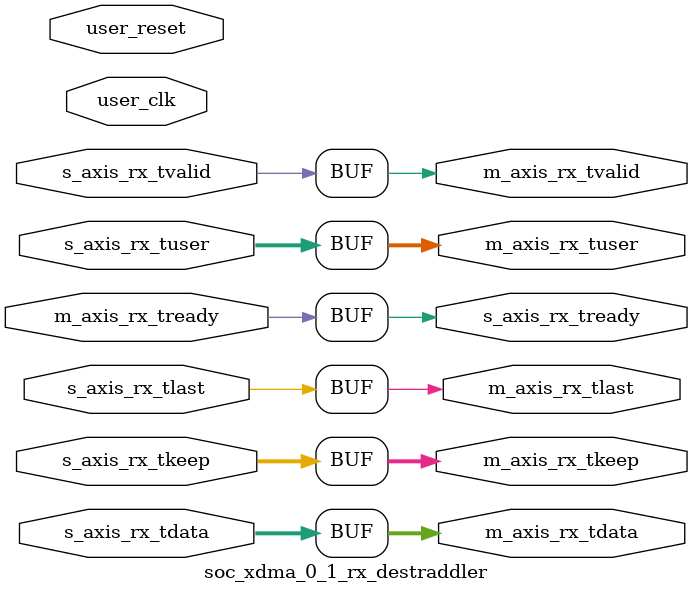
<source format=sv>


`timescale 1ps/1ps

module soc_xdma_0_1_rx_destraddler #(
  parameter C_AXI_DATA_WIDTH = 64,                     // RX/TX interface data width
  parameter C_KEEP_WIDTH     = C_AXI_DATA_WIDTH/8,     // TKEEP width
  parameter TCQ              = 1                       // Clock to Q time

  ) (

  input                         user_clk,
  input                         user_reset,

  //-------------------------------------------------
  // AXI-S RX Interface from PCIe Hard Block
  //-------------------------------------------------
  input  [C_AXI_DATA_WIDTH-1:0] s_axis_rx_tdata,       // RX data
  input                         s_axis_rx_tvalid,      // RX data is valid
  output reg                    s_axis_rx_tready,      // RX ready for data
  input      [C_KEEP_WIDTH-1:0] s_axis_rx_tkeep,       // RX strobe byte enables
  input                         s_axis_rx_tlast,       // RX data is last
  input                  [21:0] s_axis_rx_tuser,       // RX user signals

  //-------------------------------------------------
  // AXI-S RX Interface to RX Demux
  //-------------------------------------------------
  output reg [C_AXI_DATA_WIDTH-1:0] m_axis_rx_tdata,       // RX data
  output reg                        m_axis_rx_tvalid,      // RX data is valid
  input                             m_axis_rx_tready,      // RX ready for data
  output reg    [C_KEEP_WIDTH-1:0]  m_axis_rx_tkeep,       // RX strobe byte enables
  output reg                        m_axis_rx_tlast,       // RX data is last
  output reg                [21:0]  m_axis_rx_tuser        // RX user signals

);

generate
if(C_AXI_DATA_WIDTH == 128) begin : data_width_128

  // Local parameters

  localparam NORMAL_PACKET    = 2'b00;
  localparam STRADDLED_PACKET = 2'b01;
  localparam THROTTLE_TLP     = 2'b10;

  // Wire and Register Declarations

  reg [1:0]  state;
  reg [63:0] prev_data_half;
  reg [7:0]  prev_keep_half;
  reg [21:0] prev_user_half;


  always @(posedge user_clk) begin

    if (user_reset) begin

      state <= #TCQ NORMAL_PACKET;

    end else begin

      if (m_axis_rx_tready) begin

        // Store higher DWs in case it's straddled packet
        prev_data_half <= #TCQ s_axis_rx_tdata[127:64];
        prev_keep_half <= #TCQ s_axis_rx_tkeep[15:8];
        prev_user_half <= #TCQ s_axis_rx_tuser;

        case (state)

        NORMAL_PACKET: begin

          if (s_axis_rx_tuser[14] && s_axis_rx_tuser[13]) begin // SOF && Start @ DW2/3

            state           <= #TCQ STRADDLED_PACKET;

          end

        end // NORMAL_PACKET

        STRADDLED_PACKET: begin

          if (s_axis_rx_tuser[21] && !s_axis_rx_tuser[14]) begin // EOF && !SOF

            if (s_axis_rx_tuser[20]) begin          // EOF @ DW2/3
              state           <= #TCQ THROTTLE_TLP;
            end else begin                          // EOF @ DW0/1
              state           <= #TCQ NORMAL_PACKET;
            end

          end // EOF && !SOF

          // Note for all possible conditions in this state:
          // else if EOF && SOF  : SOF can only start @ DW2/3, so EOF can only be @ DW0/1. Stay in this state
          // else if !EOF && SOF : Will never have SOF only in this state. Stay in this state
          // else if !EOF && !SOF: No change. Stay in this state

        end // STRADDLED_PACKET

        THROTTLE_TLP: begin

          state <= #TCQ NORMAL_PACKET;

        end // THROTTLE_TLP

        default: begin

          state <= #TCQ NORMAL_PACKET;

        end // default

        endcase

      end // s_axis_rx_tready
    end // reset
  end // always

  always @(*) begin

      case (state)

      NORMAL_PACKET: begin

        m_axis_rx_tdata  = s_axis_rx_tdata;
        m_axis_rx_tvalid = s_axis_rx_tvalid;
        s_axis_rx_tready = m_axis_rx_tready;
        m_axis_rx_tkeep  =   (s_axis_rx_tuser[20:19] == 2'b00) ? 16'h000F :
                           ( (s_axis_rx_tuser[20:19] == 2'b01) ? 16'h00FF :
                           ( (s_axis_rx_tuser[20:19] == 2'b10) ? 16'h0FFF :
                                                                 16'hFFFF ));

        m_axis_rx_tlast  = s_axis_rx_tuser[21];

        // If EOF or (EOF and SOF), zero out SOF field. If SOF, the EOF field is already zero in this state
        m_axis_rx_tuser  = s_axis_rx_tuser[21] ? ( {s_axis_rx_tuser[21:15], 5'b0, s_axis_rx_tuser[9:0]} ) :
                                                 ( s_axis_rx_tuser                                      ) ;

      end

      STRADDLED_PACKET: begin

        m_axis_rx_tdata  = {s_axis_rx_tdata[63:0], prev_data_half};
        m_axis_rx_tvalid = s_axis_rx_tvalid;
        s_axis_rx_tready = m_axis_rx_tready;

        m_axis_rx_tkeep  = { ((s_axis_rx_tuser[20:19] == 2'b00) ? 8'h0F : 8'hFF),
                             8'hFF
                           };

      //  m_axis_rx_tlast  = (s_axis_rx_tuser[21] && s_axis_rx_tuser[20]) ? 1'b0 : 1'b1;
         m_axis_rx_tlast  = s_axis_rx_tuser[20] ? 1'b0 : 1'b1;

        // If SOF seen previously, zero out EOF. If EOF or (EOF and SOF) currently, zero out SOF field.
        m_axis_rx_tuser  = prev_user_half[14] ? {5'b0, prev_user_half[16:0]} :
                                                ( s_axis_rx_tuser[21] ? ( {s_axis_rx_tuser[21:15], 5'b0, s_axis_rx_tuser[9:0]} ) :
                                                                        ( s_axis_rx_tuser                                      )
                                                );

      end

      THROTTLE_TLP: begin

        m_axis_rx_tdata  = {64'h0, prev_data_half};
        m_axis_rx_tvalid = 1'b1;
        s_axis_rx_tready = 1'b0;

        m_axis_rx_tkeep  = { 8'h0, 
                             ((prev_user_half[20:19] == 2'b10) ? 8'h0F : 8'hFF)
                           };

        m_axis_rx_tlast  = 1'b1;
        m_axis_rx_tuser  = {prev_user_half[21:15], 5'b0, prev_user_half[9:0]}; // Zero out SOF field

      end

      default: begin

        m_axis_rx_tdata  = s_axis_rx_tdata;
        m_axis_rx_tvalid = s_axis_rx_tvalid;
        s_axis_rx_tready = m_axis_rx_tready;
        m_axis_rx_tkeep  = s_axis_rx_tkeep;
        m_axis_rx_tlast  = s_axis_rx_tuser[21];
        m_axis_rx_tuser  = s_axis_rx_tuser;

      end

      endcase

  end // always

end // data_width_128
else begin: data_width_64

  // No straddling in 64-bit mode. Pass through all signals as is
  always @(*) begin

    m_axis_rx_tdata  = s_axis_rx_tdata;
    m_axis_rx_tvalid = s_axis_rx_tvalid;
    s_axis_rx_tready = m_axis_rx_tready;
    m_axis_rx_tkeep  = s_axis_rx_tkeep;
    m_axis_rx_tlast  = s_axis_rx_tlast;
    m_axis_rx_tuser  = s_axis_rx_tuser;

  end // always

end // data_width_64
endgenerate

endmodule

</source>
